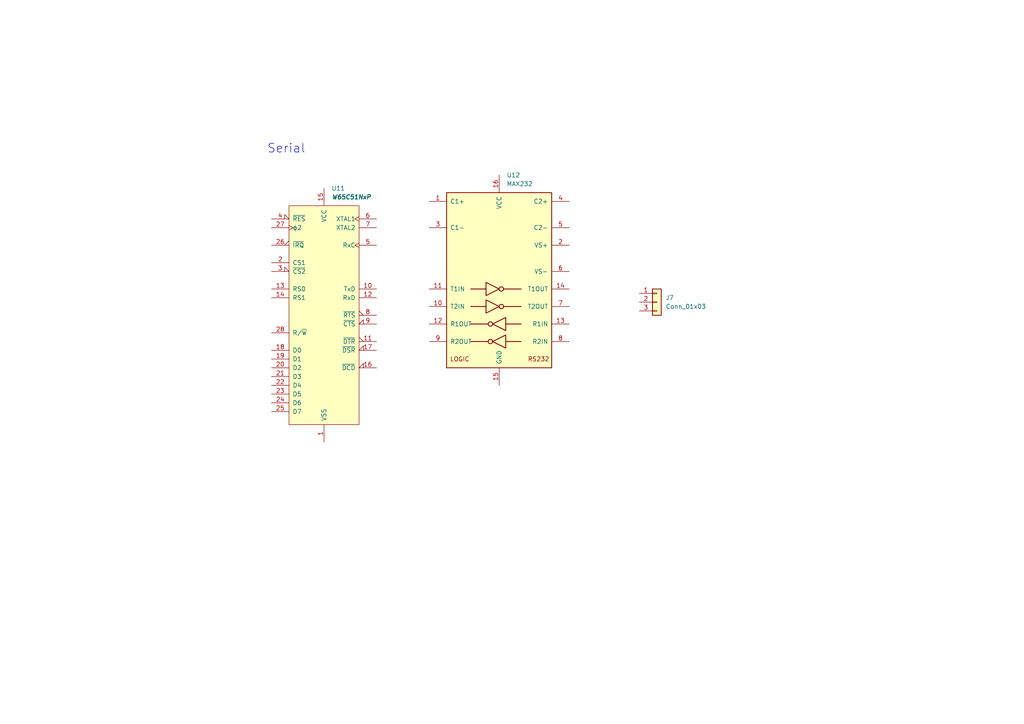
<source format=kicad_sch>
(kicad_sch (version 20250114) (generator "eeschema") (generator_version "9.0")
  (paper "A4")
  (lib_symbols
    (symbol "BB816:W65C51NxP" (pin_names (offset 1.016))
      (property "Reference" "U" (at -10.16 33.02 0))
      (property "Value" "W65C51NxP" (at 0 0 90))
      (symbol "W65C51NxP_0_1"
        (rectangle (start -10.16 31.75) (end 10.16 -31.75) (fill (type background)))
      )
      (symbol "W65C51NxP_1_1"
        (pin input input_low (at -15.24 27.94 0) (length 5.08) (name "~{RES}") (number "4"))
        (pin input clock (at -15.24 25.4 0) (length 5.08) (name "ϕ2") (number "27"))
        (pin open_collector output_low (at -15.24 20.32 0) (length 5.08) (name "~{IRQ}") (number "26"))
        (pin input line (at -15.24 15.24 0) (length 5.08) (name "CS1") (number "2"))
        (pin input input_low (at -15.24 12.7 0) (length 5.08) (name "~{CS2}") (number "3"))
        (pin input line (at -15.24 7.62 0) (length 5.08) (name "RS0") (number "13"))
        (pin input line (at -15.24 5.08 0) (length 5.08) (name "RS1") (number "14"))
        (pin input line (at -15.24 -5.08 0) (length 5.08) (name "R/~{W}") (number "28"))
        (pin bidirectional line (at -15.24 -10.16 0) (length 5.08) (name "D0") (number "18"))
        (pin bidirectional line (at -15.24 -12.7 0) (length 5.08) (name "D1") (number "19"))
        (pin bidirectional line (at -15.24 -15.24 0) (length 5.08) (name "D2") (number "20"))
        (pin bidirectional line (at -15.24 -17.78 0) (length 5.08) (name "D3") (number "21"))
        (pin bidirectional line (at -15.24 -20.32 0) (length 5.08) (name "D4") (number "22"))
        (pin bidirectional line (at -15.24 -22.86 0) (length 5.08) (name "D5") (number "23"))
        (pin bidirectional line (at -15.24 -25.4 0) (length 5.08) (name "D6") (number "24"))
        (pin bidirectional line (at -15.24 -27.94 0) (length 5.08) (name "D7") (number "25"))
        (pin power_in line (at 0 36.83 270) (length 5.08) (name "VCC") (number "15"))
        (pin power_in line (at 0 -36.83 90) (length 5.08) (name "VSS") (number "1"))
        (pin input clock (at 15.24 27.94 180) (length 5.08) (name "XTAL1") (number "6"))
        (pin output line (at 15.24 25.4 180) (length 5.08) (name "XTAL2") (number "7"))
        (pin bidirectional clock (at 15.24 20.32 180) (length 5.08) (name "RxC") (number "5"))
        (pin output line (at 15.24 7.62 180) (length 5.08) (name "TxD") (number "10"))
        (pin input line (at 15.24 5.08 180) (length 5.08) (name "RxD") (number "12"))
        (pin output output_low (at 15.24 0 180) (length 5.08) (name "~{RTS}") (number "8"))
        (pin input input_low (at 15.24 -2.54 180) (length 5.08) (name "~{CTS}") (number "9"))
        (pin output output_low (at 15.24 -7.62 180) (length 5.08) (name "~{DTR}") (number "11"))
        (pin input input_low (at 15.24 -10.16 180) (length 5.08) (name "~{DSR}") (number "17"))
        (pin input input_low (at 15.24 -15.24 180) (length 5.08) (name "~{DCD}") (number "16"))
      )
    )
    (symbol "Connector_Generic:Conn_01x03" (pin_names (offset 1.016) (hide yes))
      (property "Reference" "J" (at 0 5.08 0))
      (property "Value" "Conn_01x03" (at 0 -5.08 0))
      (symbol "Conn_01x03_1_1"
        (rectangle (start -1.27 3.81) (end 1.27 -3.81) (stroke (width 0.254)) (fill (type background)))
        (rectangle (start -1.27 2.667) (end 0 2.413) (stroke (width 0.1524)))
        (rectangle (start -1.27 0.127) (end 0 -0.127) (stroke (width 0.1524)))
        (rectangle (start -1.27 -2.413) (end 0 -2.667) (stroke (width 0.1524)))
        (pin passive line (at -5.08 2.54 0) (length 3.81) (name "Pin_1") (number "1"))
        (pin passive line (at -5.08 0 0) (length 3.81) (name "Pin_2") (number "2"))
        (pin passive line (at -5.08 -2.54 0) (length 3.81) (name "Pin_3") (number "3"))
      )
    )
    (symbol "Interface_UART:MAX232" (pin_names (offset 1.016))
      (property "Reference" "U" (at -2.54 28.575 0))
      (property "Value" "MAX232" (at -2.54 26.67 0))
      (symbol "MAX232_0_0"
        (text "LOGIC" (at -11.43 -22.86 0) (effects (font (size 1.27 1.27))))
        (text "RS232" (at 11.43 -22.86 0) (effects (font (size 1.27 1.27))))
      )
      (symbol "MAX232_0_1"
        (rectangle (start -15.24 -25.4) (end 15.24 25.4) (stroke (width 0.254)) (fill (type background)))
        (polyline (pts (xy -3.81 -0.635) (xy -3.81 -4.445) (xy 0 -2.54) (xy -3.81 -0.635)) (stroke (width 0.254)))
        (polyline (pts (xy -3.81 -2.54) (xy -8.255 -2.54)) (stroke (width 0.254)))
        (polyline (pts (xy -3.81 -5.715) (xy -3.81 -9.525) (xy 0 -7.62) (xy -3.81 -5.715)) (stroke (width 0.254)))
        (polyline (pts (xy -3.81 -7.62) (xy -8.255 -7.62)) (stroke (width 0.254)))
        (polyline (pts (xy -3.175 -12.7) (xy -8.255 -12.7)) (stroke (width 0.254)))
        (polyline (pts (xy -3.175 -17.78) (xy -8.255 -17.78)) (stroke (width 0.254)))
        (circle (center -2.54 -12.7) (radius 0.635) (stroke (width 0.254)))
        (circle (center -2.54 -17.78) (radius 0.635) (stroke (width 0.254)))
        (circle (center 0.635 -2.54) (radius 0.635) (stroke (width 0.254)))
        (circle (center 0.635 -7.62) (radius 0.635) (stroke (width 0.254)))
        (polyline (pts (xy 1.27 -2.54) (xy 6.35 -2.54)) (stroke (width 0.254)))
        (polyline (pts (xy 1.27 -7.62) (xy 6.35 -7.62)) (stroke (width 0.254)))
        (polyline (pts (xy 1.905 -10.795) (xy 1.905 -14.605) (xy -1.905 -12.7) (xy 1.905 -10.795)) (stroke (width 0.254)))
        (polyline (pts (xy 1.905 -12.7) (xy 6.35 -12.7)) (stroke (width 0.254)))
        (polyline (pts (xy 1.905 -15.875) (xy 1.905 -19.685) (xy -1.905 -17.78) (xy 1.905 -15.875)) (stroke (width 0.254)))
        (polyline (pts (xy 1.905 -17.78) (xy 6.35 -17.78)) (stroke (width 0.254)))
      )
      (symbol "MAX232_1_1"
        (pin passive line (at -20.32 22.86 0) (length 5.08) (name "C1+") (number "1"))
        (pin passive line (at -20.32 15.24 0) (length 5.08) (name "C1-") (number "3"))
        (pin input line (at -20.32 -2.54 0) (length 5.08) (name "T1IN") (number "11"))
        (pin input line (at -20.32 -7.62 0) (length 5.08) (name "T2IN") (number "10"))
        (pin output line (at -20.32 -12.7 0) (length 5.08) (name "R1OUT") (number "12"))
        (pin output line (at -20.32 -17.78 0) (length 5.08) (name "R2OUT") (number "9"))
        (pin power_in line (at 0 30.48 270) (length 5.08) (name "VCC") (number "16"))
        (pin power_in line (at 0 -30.48 90) (length 5.08) (name "GND") (number "15"))
        (pin passive line (at 20.32 22.86 180) (length 5.08) (name "C2+") (number "4"))
        (pin passive line (at 20.32 15.24 180) (length 5.08) (name "C2-") (number "5"))
        (pin power_out line (at 20.32 10.16 180) (length 5.08) (name "VS+") (number "2"))
        (pin power_out line (at 20.32 2.54 180) (length 5.08) (name "VS-") (number "6"))
        (pin output line (at 20.32 -2.54 180) (length 5.08) (name "T1OUT") (number "14"))
        (pin output line (at 20.32 -7.62 180) (length 5.08) (name "T2OUT") (number "7"))
        (pin input line (at 20.32 -12.7 180) (length 5.08) (name "R1IN") (number "13"))
        (pin input line (at 20.32 -17.78 180) (length 5.08) (name "R2IN") (number "8"))
      )
    )
  )
  (text "Serial" (at 83.058 43.18 0) (effects (font (size 2.54 2.54))))
  (symbol (lib_id "BB816:W65C51NxP") (at 93.98 91.44 0) (unit 1)
    (property "Reference" "U11" (at 96.1233 54.61 0) (effects (justify left)))
    (property "Value" "W65C51NxP" (at 96.1233 57.15 0) (effects (font (bold yes) (italic yes)) (justify left)))
    (property "Footprint" "Package_LCC:PLCC-32_THT-Socket" (effects (hide yes)))
    (property "Datasheet" "http://www.westerndesigncenter.com/wdc/documentation/w65c51n.pdf" (effects (hide yes)))
    (property "Description" "W65C51N CMOS Asynchronous Communication Interface Adapter (ACIA), Serial UART, DIP-28" (effects (hide yes)))
  )
  (symbol (lib_id "Interface_UART:MAX232") (at 144.78 81.28 0) (unit 1)
    (property "Reference" "U12" (at 146.9233 50.8 0) (effects (justify left)))
    (property "Value" "MAX232" (at 146.9233 53.34 0) (effects (justify left)))
    (property "Footprint" "Package_DIP:DIP-16_W7.62mm_Socket" (effects (hide yes)))
    (property "Datasheet" "http://www.ti.com/lit/ds/symlink/max232.pdf" (effects (hide yes)))
    (property "Description" "Dual RS232 driver/receiver, 5V supply, 120kb/s, 0C-70C" (effects (hide yes)))
  )
  (symbol (lib_id "Connector_Generic:Conn_01x03") (at 190.5 87.63 0) (unit 1)
    (property "Reference" "J7" (at 193.04 86.3599 0) (effects (justify left)))
    (property "Value" "Conn_01x03" (at 193.04 88.8999 0) (effects (justify left)))
    (property "Description" "Generic connector, single row, 01x03, script generated (kicad-library-utils/schlib/autogen/connector/)" (effects (hide yes)))
  )
)
</source>
